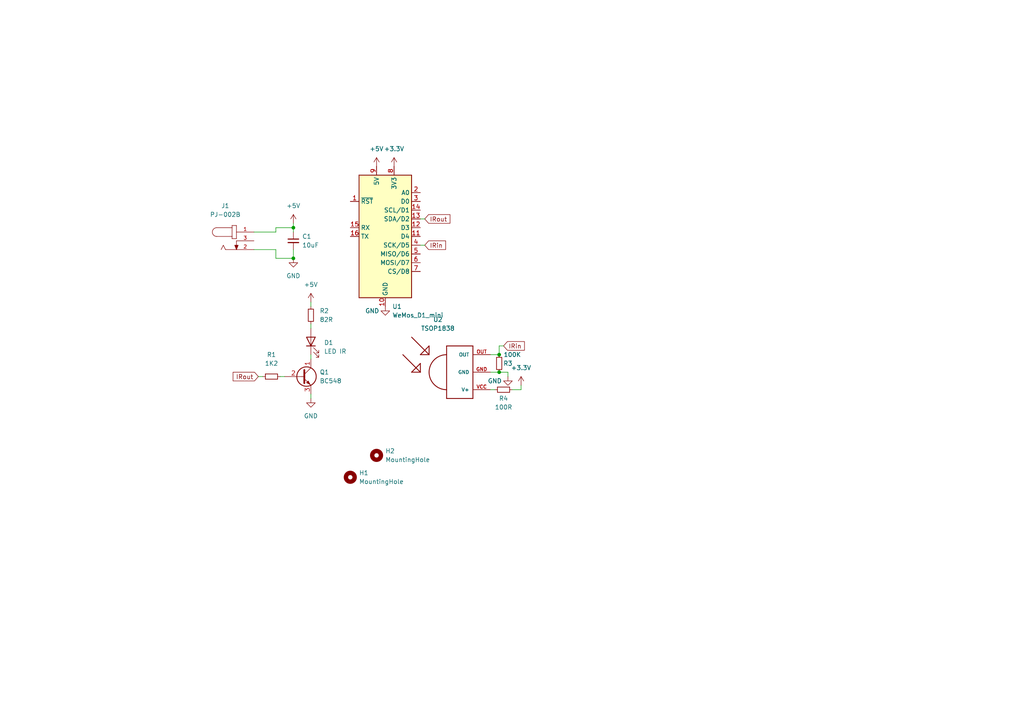
<source format=kicad_sch>
(kicad_sch (version 20211123) (generator eeschema)
  (paper "A4")
  (lib_symbols
    (symbol "Device:C_Small" (pin_numbers hide) (pin_names (offset 0.254) hide)
      (property "Reference" "C" (at 0.254 1.778 0))
      (property "Value" "C_Small" (at 0.254 -2.032 0))
      (symbol "C_Small_0_1"
        (polyline (pts (xy -1.524 -0.508) (xy 1.524 -0.508)) (stroke (width 0.3302)))
        (polyline (pts (xy -1.524 0.508) (xy 1.524 0.508)) (stroke (width 0.3048)))
      )
      (symbol "C_Small_1_1"
        (pin passive line (at 0 2.54 270) (length 2.032) (name "~") (number "1"))
        (pin passive line (at 0 -2.54 90) (length 2.032) (name "~") (number "2"))
      )
    )
    (symbol "Device:LED" (pin_numbers hide) (pin_names (offset 1.016) hide)
      (property "Reference" "D" (at 0 2.54 0))
      (property "Value" "LED" (at 0 -2.54 0))
      (symbol "LED_0_1"
        (polyline (pts (xy -1.27 -1.27) (xy -1.27 1.27)) (stroke (width 0.254)))
        (polyline (pts (xy -1.27 0) (xy 1.27 0)))
        (polyline (pts (xy 1.27 -1.27) (xy 1.27 1.27) (xy -1.27 0) (xy 1.27 -1.27)) (stroke (width 0.254)))
        (polyline (pts (xy -3.048 -0.762) (xy -4.572 -2.286) (xy -3.81 -2.286) (xy -4.572 -2.286) (xy -4.572 -1.524)))
        (polyline (pts (xy -1.778 -0.762) (xy -3.302 -2.286) (xy -2.54 -2.286) (xy -3.302 -2.286) (xy -3.302 -1.524)))
      )
      (symbol "LED_1_1"
        (pin passive line (at -3.81 0 0) (length 2.54) (name "K") (number "1"))
        (pin passive line (at 3.81 0 180) (length 2.54) (name "A") (number "2"))
      )
    )
    (symbol "Device:R_Small" (pin_numbers hide) (pin_names (offset 0.254) hide)
      (property "Reference" "R" (at 0.762 0.508 0))
      (property "Value" "R_Small" (at 0.762 -1.016 0))
      (symbol "R_Small_0_1"
        (rectangle (start -0.762 1.778) (end 0.762 -1.778) (stroke (width 0.2032)))
      )
      (symbol "R_Small_1_1"
        (pin passive line (at 0 2.54 270) (length 0.762) (name "~") (number "1"))
        (pin passive line (at 0 -2.54 90) (length 0.762) (name "~") (number "2"))
      )
    )
    (symbol "MCU_Module:WeMos_D1_mini"
      (property "Reference" "U" (at 3.81 19.05 0))
      (property "Value" "WeMos_D1_mini" (at 1.27 -19.05 0))
      (symbol "WeMos_D1_mini_1_1"
        (rectangle (start -7.62 17.78) (end 7.62 -17.78) (stroke (width 0.254)) (fill (type background)))
        (pin input line (at -10.16 10.16 0) (length 2.54) (name "~{RST}") (number "1"))
        (pin power_in line (at 0 -20.32 90) (length 2.54) (name "GND") (number "10"))
        (pin bidirectional line (at 10.16 0 180) (length 2.54) (name "D4") (number "11"))
        (pin bidirectional line (at 10.16 2.54 180) (length 2.54) (name "D3") (number "12"))
        (pin bidirectional line (at 10.16 5.08 180) (length 2.54) (name "SDA/D2") (number "13"))
        (pin bidirectional line (at 10.16 7.62 180) (length 2.54) (name "SCL/D1") (number "14"))
        (pin input line (at -10.16 2.54 0) (length 2.54) (name "RX") (number "15"))
        (pin output line (at -10.16 0 0) (length 2.54) (name "TX") (number "16"))
        (pin input line (at 10.16 12.7 180) (length 2.54) (name "A0") (number "2"))
        (pin bidirectional line (at 10.16 10.16 180) (length 2.54) (name "D0") (number "3"))
        (pin bidirectional line (at 10.16 -2.54 180) (length 2.54) (name "SCK/D5") (number "4"))
        (pin bidirectional line (at 10.16 -5.08 180) (length 2.54) (name "MISO/D6") (number "5"))
        (pin bidirectional line (at 10.16 -7.62 180) (length 2.54) (name "MOSI/D7") (number "6"))
        (pin bidirectional line (at 10.16 -10.16 180) (length 2.54) (name "CS/D8") (number "7"))
        (pin power_out line (at 2.54 20.32 270) (length 2.54) (name "3V3") (number "8"))
        (pin power_in line (at -2.54 20.32 270) (length 2.54) (name "5V") (number "9"))
      )
    )
    (symbol "Mechanical:MountingHole" (pin_names (offset 1.016))
      (property "Reference" "H" (at 0 5.08 0))
      (property "Value" "MountingHole" (at 0 3.175 0))
      (symbol "MountingHole_0_1"
        (circle (center 0 0) (radius 1.27) (stroke (width 1.27)))
      )
    )
    (symbol "PJ-002B:PJ-002B" (pin_names (offset 1.016))
      (property "Reference" "J" (at -7.6337 5.0892 0))
      (property "Value" "PJ-002B" (at -7.6269 -5.0846 0))
      (symbol "PJ-002B_0_0"
        (arc (start -5.715 3.81) (mid -6.985 2.54) (end -5.715 1.27) (stroke (width 0.1524)))
        (polyline (pts (xy -5.715 3.81) (xy -1.27 3.81)) (stroke (width 0.1524)))
        (polyline (pts (xy -3.81 -1.27) (xy -4.445 -2.54)) (stroke (width 0.1524)))
        (polyline (pts (xy -3.175 -2.54) (xy -3.81 -1.27)) (stroke (width 0.1524)))
        (polyline (pts (xy -1.27 0.635) (xy 0 0.635)) (stroke (width 0.1524)))
        (polyline (pts (xy -1.27 1.27) (xy -5.715 1.27)) (stroke (width 0.1524)))
        (polyline (pts (xy -1.27 1.27) (xy -1.27 0.635)) (stroke (width 0.1524)))
        (polyline (pts (xy -1.27 3.81) (xy -1.27 1.27)) (stroke (width 0.1524)))
        (polyline (pts (xy -1.27 4.445) (xy -1.27 3.81)) (stroke (width 0.1524)))
        (polyline (pts (xy 0 -2.54) (xy -3.175 -2.54)) (stroke (width 0.1524)))
        (polyline (pts (xy 0 0) (xy 0 -2.54)) (stroke (width 0.1524)))
        (polyline (pts (xy 0 0.635) (xy 0 4.445)) (stroke (width 0.1524)))
        (polyline (pts (xy 0 4.445) (xy -1.27 4.445)) (stroke (width 0.1524)))
        (polyline (pts (xy 0 -2.54) (xy -0.508 -1.27) (xy 0.508 -1.27) (xy 0 -2.54)) (stroke (width 0.1524)) (fill (type outline)))
        (pin passive line (at 5.08 2.54 180) (length 5.08) (name "~") (number "1"))
        (pin passive line (at 5.08 -2.54 180) (length 5.08) (name "~") (number "2"))
        (pin passive line (at 5.08 0 180) (length 5.08) (name "~") (number "3"))
      )
    )
    (symbol "TSOP1838:TSOP1838" (pin_names (offset 1.016))
      (property "Reference" "U" (at 0 0 0))
      (property "Value" "TSOP1838" (at 0 0 0))
      (symbol "TSOP1838_0_0"
        (arc (start -5.08 5.08) (mid -10.16 0) (end -5.08 -5.08) (stroke (width 0.254)))
        (polyline (pts (xy -15.24 0) (xy -12.7 0)) (stroke (width 0.254)))
        (polyline (pts (xy -15.24 0) (xy -12.7 2.54)) (stroke (width 0.254)))
        (polyline (pts (xy -15.24 10.16) (xy -10.16 5.08)) (stroke (width 0.254)))
        (polyline (pts (xy -12.7 0) (xy -17.78 5.08)) (stroke (width 0.254)))
        (polyline (pts (xy -12.7 2.54) (xy -12.7 0)) (stroke (width 0.254)))
        (polyline (pts (xy -12.7 5.08) (xy -10.16 5.08)) (stroke (width 0.254)))
        (polyline (pts (xy -10.16 5.08) (xy -10.16 7.62)) (stroke (width 0.254)))
        (polyline (pts (xy -10.16 7.62) (xy -12.7 5.08)) (stroke (width 0.254)))
        (polyline (pts (xy -5.08 -7.62) (xy -5.08 7.62)) (stroke (width 0.254)))
        (polyline (pts (xy -5.08 7.62) (xy 2.54 7.62)) (stroke (width 0.254)))
        (polyline (pts (xy 2.54 -7.62) (xy -5.08 -7.62)) (stroke (width 0.254)))
        (polyline (pts (xy 2.54 7.62) (xy 2.54 -7.62)) (stroke (width 0.254)))
        (pin bidirectional line (at 7.62 0 180) (length 5.08) (name "GND") (number "GND"))
        (pin bidirectional line (at 7.62 5.08 180) (length 5.08) (name "OUT") (number "OUT"))
        (pin bidirectional line (at 7.62 -5.08 180) (length 5.08) (name "V+") (number "VCC"))
      )
    )
    (symbol "Transistor_BJT:BC548" (pin_names (offset 0) hide)
      (property "Reference" "Q" (at 5.08 1.905 0))
      (property "Value" "BC548" (at 5.08 0 0))
      (symbol "BC548_0_1"
        (polyline (pts (xy 0 0) (xy 0.635 0)))
        (polyline (pts (xy 0.635 0.635) (xy 2.54 2.54)))
        (polyline (pts (xy 0.635 -0.635) (xy 2.54 -2.54) (xy 2.54 -2.54)))
        (polyline (pts (xy 0.635 1.905) (xy 0.635 -1.905) (xy 0.635 -1.905)) (stroke (width 0.508)))
        (polyline (pts (xy 1.27 -1.778) (xy 1.778 -1.27) (xy 2.286 -2.286) (xy 1.27 -1.778) (xy 1.27 -1.778)) (fill (type outline)))
        (circle (center 1.27 0) (radius 2.8194) (stroke (width 0.254)))
      )
      (symbol "BC548_1_1"
        (pin passive line (at 2.54 5.08 270) (length 2.54) (name "C") (number "1"))
        (pin input line (at -5.08 0 0) (length 5.08) (name "B") (number "2"))
        (pin passive line (at 2.54 -5.08 90) (length 2.54) (name "E") (number "3"))
      )
    )
    (symbol "power:+3.3V" (power) (pin_names (offset 0))
      (property "Value" "+3.3V" (at 0 3.556 0))
      (symbol "+3.3V_0_1"
        (polyline (pts (xy -0.762 1.27) (xy 0 2.54)))
        (polyline (pts (xy 0 0) (xy 0 2.54)))
        (polyline (pts (xy 0 2.54) (xy 0.762 1.27)))
      )
      (symbol "+3.3V_1_1"
        (pin power_in line (at 0 0 90) (length 0) hide (name "+3.3V") (number "1"))
      )
    )
    (symbol "power:+5V" (power) (pin_names (offset 0))
      (property "Value" "+5V" (at 0 3.556 0))
      (symbol "+5V_0_1"
        (polyline (pts (xy -0.762 1.27) (xy 0 2.54)))
        (polyline (pts (xy 0 0) (xy 0 2.54)))
        (polyline (pts (xy 0 2.54) (xy 0.762 1.27)))
      )
      (symbol "+5V_1_1"
        (pin power_in line (at 0 0 90) (length 0) hide (name "+5V") (number "1"))
      )
    )
    (symbol "power:GND" (power) (pin_names (offset 0))
      (property "Value" "GND" (at 0 -3.81 0))
      (symbol "GND_0_1"
        (polyline (pts (xy 0 0) (xy 0 -1.27) (xy 1.27 -1.27) (xy 0 -2.54) (xy -1.27 -1.27) (xy 0 -1.27)))
      )
      (symbol "GND_1_1"
        (pin power_in line (at 0 0 270) (length 0) hide (name "GND") (number "1"))
      )
    )
  )
  (junction (at 144.78 102.87))
  (junction (at 85.09 74.93))
  (junction (at 144.78 107.95))
  (junction (at 85.09 66.04))
  (wire (pts (xy 85.09 72.39) (xy 85.09 74.93)))
  (wire (pts (xy 121.92 71.12) (xy 123.19 71.12)))
  (wire (pts (xy 74.93 109.22) (xy 76.2 109.22)))
  (wire (pts (xy 146.05 100.33) (xy 144.78 100.33)))
  (wire (pts (xy 147.32 107.95) (xy 144.78 107.95)))
  (wire (pts (xy 90.17 87.63) (xy 90.17 88.9)))
  (wire (pts (xy 80.01 67.31) (xy 80.01 66.04)))
  (wire (pts (xy 90.17 93.98) (xy 90.17 95.25)))
  (wire (pts (xy 151.13 113.03) (xy 151.13 111.76)))
  (wire (pts (xy 142.24 113.03) (xy 143.51 113.03)))
  (wire (pts (xy 80.01 74.93) (xy 85.09 74.93)))
  (wire (pts (xy 80.01 66.04) (xy 85.09 66.04)))
  (wire (pts (xy 90.17 114.3) (xy 90.17 115.57)))
  (wire (pts (xy 85.09 64.77) (xy 85.09 66.04)))
  (wire (pts (xy 73.66 67.31) (xy 80.01 67.31)))
  (wire (pts (xy 142.24 102.87) (xy 144.78 102.87)))
  (wire (pts (xy 147.32 109.22) (xy 147.32 107.95)))
  (wire (pts (xy 142.24 107.95) (xy 144.78 107.95)))
  (wire (pts (xy 121.92 63.5) (xy 123.19 63.5)))
  (wire (pts (xy 81.28 109.22) (xy 82.55 109.22)))
  (wire (pts (xy 90.17 102.87) (xy 90.17 104.14)))
  (wire (pts (xy 73.66 72.39) (xy 80.01 72.39)))
  (wire (pts (xy 144.78 100.33) (xy 144.78 102.87)))
  (wire (pts (xy 85.09 66.04) (xy 85.09 67.31)))
  (wire (pts (xy 148.59 113.03) (xy 151.13 113.03)))
  (wire (pts (xy 80.01 72.39) (xy 80.01 74.93)))
  (global_label "IRout" (shape input) (at 74.93 109.22 180) (property "Intersheet References" "${INTERSHEET_REFS}" (effects hide)))
  (global_label "IRout" (shape input) (at 123.19 63.5 0) (property "Intersheet References" "${INTERSHEET_REFS}" (effects hide)))
  (global_label "IRin" (shape input) (at 146.05 100.33 0) (property "Intersheet References" "${INTERSHEET_REFS}" (effects hide)))
  (global_label "IRin" (shape input) (at 123.19 71.12 0) (property "Intersheet References" "${INTERSHEET_REFS}" (effects hide)))
  (symbol (lib_id "Transistor_BJT:BC548") (at 87.63 109.22 0) (unit 1)
    (property "Reference" "Q1" (at 92.71 107.9499 0) (effects (justify left)))
    (property "Value" "BC548" (at 92.71 110.4899 0) (effects (justify left)))
    (property "Footprint" "Package_TO_SOT_THT:TO-92_Inline" (effects hide))
    (property "Datasheet" "https://www.onsemi.com/pub/Collateral/BC550-D.pdf" (effects hide))
  )
  (symbol (lib_id "TSOP1838:TSOP1838") (at 134.62 107.95 0) (unit 1)
    (property "Reference" "U2" (at 127 92.71 0))
    (property "Value" "TSOP1838" (at 127 95.25 0))
    (property "Footprint" "TSOP18XX" (effects hide))
  )
  (symbol (lib_id "power:GND") (at 85.09 74.93 0) (unit 1)
    (property "Reference" "#PWR02" (effects hide))
    (property "Value" "GND" (at 85.09 80.01 0))
  )
  (symbol (lib_id "power:+3.3V") (at 114.3 48.26 0) (unit 1)
    (property "Reference" "#PWR07" (effects hide))
    (property "Value" "+3.3V" (at 114.3 43.18 0))
  )
  (symbol (lib_id "power:+5V") (at 90.17 87.63 0) (unit 1)
    (property "Reference" "#PWR03" (effects hide))
    (property "Value" "+5V" (at 90.17 82.55 0))
  )
  (symbol (lib_id "power:GND") (at 147.32 109.22 0) (unit 1)
    (property "Reference" "#PWR08" (effects hide))
    (property "Value" "GND" (at 143.51 110.49 0))
  )
  (symbol (lib_id "Device:LED") (at 90.17 99.06 90) (unit 1)
    (property "Reference" "D1" (at 93.98 99.3774 90) (effects (justify right)))
    (property "Value" "LED IR" (at 93.98 101.9174 90) (effects (justify right)))
    (property "Footprint" "LED_THT:LED_D5.0mm_Horizontal_O1.27mm_Z3.0mm" (effects hide))
  )
  (symbol (lib_id "Device:R_Small") (at 90.17 91.44 0) (unit 1)
    (property "Reference" "R2" (at 92.71 90.1699 0) (effects (justify left)))
    (property "Value" "82R" (at 92.71 92.7099 0) (effects (justify left)))
    (property "Footprint" "Resistor_THT:R_Axial_DIN0207_L6.3mm_D2.5mm_P7.62mm_Horizontal" (effects hide))
  )
  (symbol (lib_id "power:GND") (at 90.17 115.57 0) (unit 1)
    (property "Reference" "#PWR04" (effects hide))
    (property "Value" "GND" (at 90.17 120.65 0))
  )
  (symbol (lib_id "Device:R_Small") (at 146.05 113.03 90) (unit 1)
    (property "Reference" "R4" (at 146.05 115.57 90))
    (property "Value" "100R" (at 146.05 118.11 90))
    (property "Footprint" "Resistor_THT:R_Axial_DIN0207_L6.3mm_D2.5mm_P7.62mm_Horizontal" (effects hide))
  )
  (symbol (lib_id "PJ-002B:PJ-002B") (at 68.58 69.85 0) (unit 1)
    (property "Reference" "J1" (at 65.3415 59.69 0))
    (property "Value" "PJ-002B" (at 65.3415 62.23 0))
    (property "Footprint" "CUI_PJ-002B" (effects hide))
    (property "STANDARD" "Manufacturer recommendations" (effects hide))
    (property "MANUFACTURER" "CUI INC" (effects hide))
  )
  (symbol (lib_id "power:+5V") (at 85.09 64.77 0) (unit 1)
    (property "Reference" "#PWR01" (effects hide))
    (property "Value" "+5V" (at 85.09 59.69 0))
  )
  (symbol (lib_id "Mechanical:MountingHole") (at 109.22 132.08 0) (unit 1)
    (property "Reference" "H2" (at 111.76 130.8099 0) (effects (justify left)))
    (property "Value" "MountingHole" (at 111.76 133.3499 0) (effects (justify left)))
    (property "Footprint" "MountingHole:MountingHole_2.7mm" (effects hide))
  )
  (symbol (lib_id "power:GND") (at 111.76 88.9 0) (unit 1)
    (property "Reference" "#PWR06" (effects hide))
    (property "Value" "GND" (at 107.95 90.17 0))
  )
  (symbol (lib_id "power:+3.3V") (at 151.13 111.76 0) (unit 1)
    (property "Reference" "#PWR09" (effects hide))
    (property "Value" "+3.3V" (at 151.13 106.68 0))
  )
  (symbol (lib_id "Device:R_Small") (at 78.74 109.22 90) (unit 1)
    (property "Reference" "R1" (at 78.74 102.87 90))
    (property "Value" "1K2" (at 78.74 105.41 90))
    (property "Footprint" "Resistor_THT:R_Axial_DIN0207_L6.3mm_D2.5mm_P7.62mm_Horizontal" (effects hide))
  )
  (symbol (lib_id "Device:R_Small") (at 144.78 105.41 180) (unit 1)
    (property "Reference" "R3" (at 147.32 105.41 0))
    (property "Value" "100K" (at 148.59 102.87 0))
    (property "Footprint" "Resistor_THT:R_Axial_DIN0207_L6.3mm_D2.5mm_P7.62mm_Horizontal" (effects hide))
  )
  (symbol (lib_id "power:+5V") (at 109.22 48.26 0) (unit 1)
    (property "Reference" "#PWR05" (effects hide))
    (property "Value" "+5V" (at 109.22 43.18 0))
  )
  (symbol (lib_id "Device:C_Small") (at 85.09 69.85 0) (unit 1)
    (property "Reference" "C1" (at 87.63 68.5862 0) (effects (justify left)))
    (property "Value" "10uF" (at 87.63 71.1262 0) (effects (justify left)))
    (property "Footprint" "Capacitor_THT:CP_Radial_D5.0mm_P2.50mm" (effects hide))
  )
  (symbol (lib_id "Mechanical:MountingHole") (at 101.6 138.43 0) (unit 1)
    (property "Reference" "H1" (at 104.14 137.1599 0) (effects (justify left)))
    (property "Value" "MountingHole" (at 104.14 139.6999 0) (effects (justify left)))
    (property "Footprint" "MountingHole:MountingHole_2.7mm" (effects hide))
  )
  (symbol (lib_id "MCU_Module:WeMos_D1_mini") (at 111.76 68.58 0) (unit 1)
    (property "Reference" "U1" (at 113.7794 88.9 0) (effects (justify left)))
    (property "Value" "WeMos_D1_mini" (at 113.7794 91.44 0) (effects (justify left)))
    (property "Footprint" "Module:WEMOS_D1_mini_light" (effects hide))
    (property "Datasheet" "https://wiki.wemos.cc/products:d1:d1_mini#documentation" (effects hide))
  )
)
</source>
